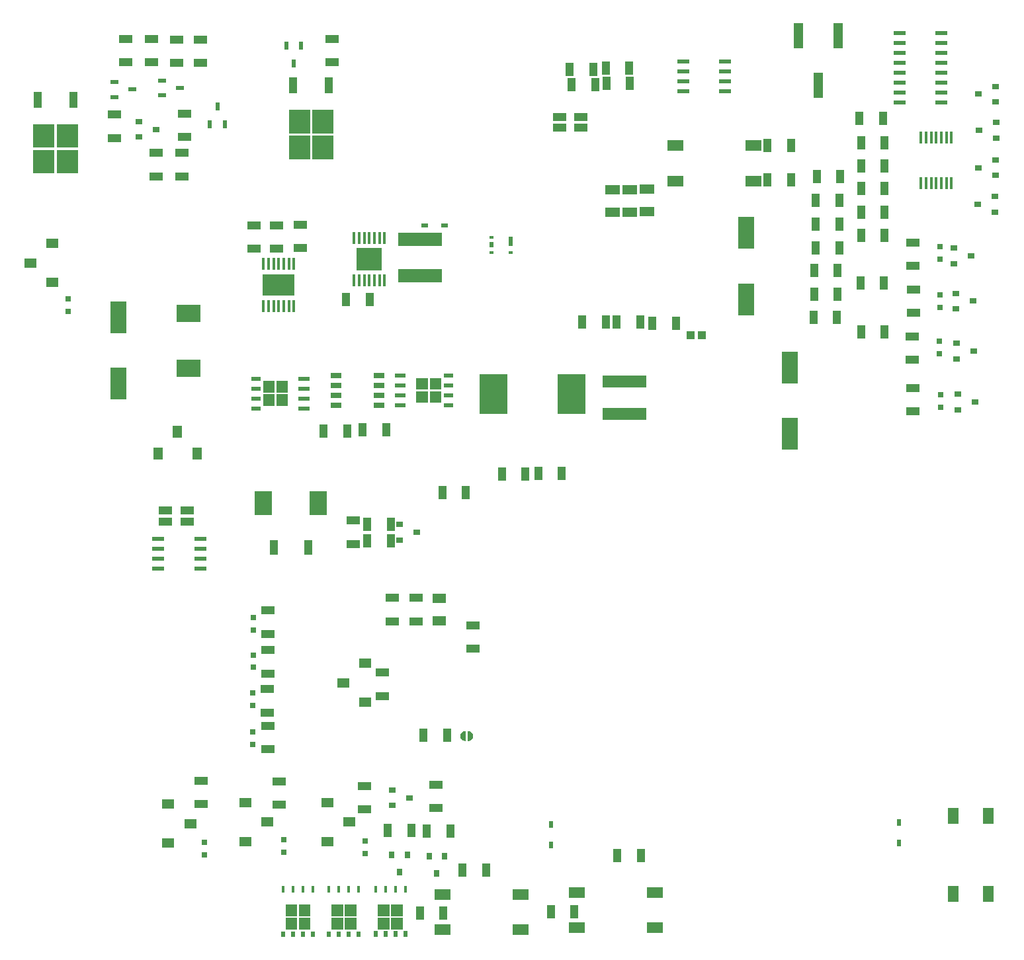
<source format=gtp>
G04*
G04 #@! TF.GenerationSoftware,Altium Limited,Altium Designer,22.2.1 (43)*
G04*
G04 Layer_Color=8421504*
%FSLAX25Y25*%
%MOIN*%
G70*
G04*
G04 #@! TF.SameCoordinates,0C248E19-6CAA-4B9F-B23F-7957EF95655F*
G04*
G04*
G04 #@! TF.FilePolarity,Positive*
G04*
G01*
G75*
%ADD16R,0.02362X0.04134*%
%ADD17R,0.06299X0.04724*%
%ADD18R,0.04331X0.08268*%
%ADD19R,0.04724X0.06299*%
%ADD20R,0.08268X0.05512*%
%ADD21R,0.03543X0.03150*%
%ADD22R,0.03937X0.02362*%
%ADD23R,0.01772X0.05906*%
%ADD24R,0.12598X0.11221*%
%ADD25R,0.01772X0.06299*%
%ADD26R,0.16142X0.10827*%
%ADD27R,0.01772X0.06102*%
%ADD28R,0.05906X0.02362*%
%ADD29R,0.06102X0.02362*%
%ADD30R,0.06299X0.02362*%
%ADD31R,0.05787X0.02559*%
%ADD32R,0.03937X0.07598*%
%ADD33R,0.01968X0.03347*%
%ADD34R,0.06890X0.04331*%
%ADD35R,0.04134X0.07087*%
%ADD36R,0.03937X0.03937*%
%ADD37R,0.04685X0.12992*%
%ADD38R,0.03150X0.03150*%
%ADD39R,0.22047X0.06496*%
%ADD40R,0.22441X0.07087*%
%ADD41R,0.13976X0.20079*%
%ADD42R,0.01575X0.03248*%
%ADD43R,0.01968X0.02953*%
%ADD44R,0.01968X0.05118*%
%ADD45R,0.01968X0.01575*%
%ADD46R,0.08661X0.12402*%
%ADD47R,0.07480X0.05118*%
%ADD48R,0.08268X0.16142*%
%ADD49R,0.07087X0.04724*%
%ADD50R,0.02362X0.03937*%
%ADD51R,0.12402X0.08661*%
%ADD52R,0.03347X0.01968*%
%ADD53R,0.03150X0.03543*%
%ADD54R,0.07087X0.04134*%
%ADD55R,0.05512X0.08268*%
G36*
X155318Y417318D02*
X144688D01*
Y429129D01*
X155318D01*
Y417318D01*
D02*
G37*
G36*
X143507D02*
X132877D01*
Y429129D01*
X143507D01*
Y417318D01*
D02*
G37*
G36*
X26575Y410039D02*
X15945D01*
Y421850D01*
X26575D01*
Y410039D01*
D02*
G37*
G36*
X14764D02*
X4134D01*
Y421850D01*
X14764D01*
Y410039D01*
D02*
G37*
G36*
X155318Y404326D02*
X144688D01*
Y416137D01*
X155318D01*
Y404326D01*
D02*
G37*
G36*
X143507D02*
X132877D01*
Y416137D01*
X143507D01*
Y404326D01*
D02*
G37*
G36*
X26575Y397047D02*
X15945D01*
Y408858D01*
X26575D01*
Y397047D01*
D02*
G37*
G36*
X14764D02*
X4134D01*
Y408858D01*
X14764D01*
Y397047D01*
D02*
G37*
G36*
X215554Y294168D02*
X210830D01*
Y296137D01*
X215554D01*
Y294168D01*
D02*
G37*
G36*
X191773Y294168D02*
X186261D01*
Y296137D01*
X191773D01*
Y294168D01*
D02*
G37*
G36*
X143312Y292593D02*
X137800D01*
Y294562D01*
X143312D01*
Y292593D01*
D02*
G37*
G36*
X118743Y292593D02*
X114019D01*
Y294562D01*
X118743D01*
Y292593D01*
D02*
G37*
G36*
X215554Y289168D02*
X210830D01*
Y291137D01*
X215554D01*
Y289168D01*
D02*
G37*
G36*
X191773Y289168D02*
X186261D01*
Y291137D01*
X191773D01*
Y289168D01*
D02*
G37*
G36*
X209747Y288046D02*
X203841D01*
Y293952D01*
X209747D01*
Y288046D01*
D02*
G37*
G36*
X203054D02*
X197149D01*
Y293952D01*
X203054D01*
Y288046D01*
D02*
G37*
G36*
X143312Y287593D02*
X137800D01*
Y289562D01*
X143312D01*
Y287593D01*
D02*
G37*
G36*
X118743Y287593D02*
X114019D01*
Y289562D01*
X118743D01*
Y287593D01*
D02*
G37*
G36*
X132424Y286471D02*
X126519D01*
Y292377D01*
X132424D01*
Y286471D01*
D02*
G37*
G36*
X125731D02*
X119826D01*
Y292377D01*
X125731D01*
Y286471D01*
D02*
G37*
G36*
X215554Y284168D02*
X210830D01*
Y286137D01*
X215554D01*
Y284168D01*
D02*
G37*
G36*
X191773Y284168D02*
X186261D01*
Y286137D01*
X191773D01*
Y284168D01*
D02*
G37*
G36*
X143312Y282593D02*
X137800D01*
Y284562D01*
X143312D01*
Y282593D01*
D02*
G37*
G36*
X118743Y282593D02*
X114019D01*
Y284562D01*
X118743D01*
Y282593D01*
D02*
G37*
G36*
X209747Y281353D02*
X203841D01*
Y287259D01*
X209747D01*
Y281353D01*
D02*
G37*
G36*
X203054D02*
X197149D01*
Y287259D01*
X203054D01*
Y281353D01*
D02*
G37*
G36*
X132424Y279779D02*
X126519D01*
Y285684D01*
X132424D01*
Y279779D01*
D02*
G37*
G36*
X125731D02*
X119826D01*
Y285684D01*
X125731D01*
Y279779D01*
D02*
G37*
G36*
X215554Y279168D02*
X210830D01*
Y281137D01*
X215554D01*
Y279168D01*
D02*
G37*
G36*
X191773Y279168D02*
X186261D01*
Y281137D01*
X191773D01*
Y279168D01*
D02*
G37*
G36*
X143312Y277593D02*
X137800D01*
Y279562D01*
X143312D01*
Y277593D01*
D02*
G37*
G36*
X118743Y277593D02*
X114019D01*
Y279562D01*
X118743D01*
Y277593D01*
D02*
G37*
G36*
X224186Y115748D02*
X225016Y115194D01*
X225570Y114364D01*
X225765Y113386D01*
X225570Y112407D01*
X225016Y111578D01*
X224186Y111023D01*
X223208Y110829D01*
X223005Y110869D01*
X223008Y110886D01*
Y115886D01*
X223010Y115903D01*
X223208Y115943D01*
X224186Y115748D01*
D02*
G37*
G36*
X222006Y115903D02*
X222008Y115886D01*
Y110886D01*
X222010Y110869D01*
X221808Y110829D01*
X220829Y111023D01*
X220000Y111578D01*
X219445Y112407D01*
X219251Y113386D01*
X219445Y114364D01*
X220000Y115194D01*
X220829Y115748D01*
X221808Y115943D01*
X222006Y115903D01*
D02*
G37*
G36*
X190386Y22483D02*
X184481D01*
Y28389D01*
X190386D01*
Y22483D01*
D02*
G37*
G36*
X183693D02*
X177788D01*
Y28389D01*
X183693D01*
Y22483D01*
D02*
G37*
G36*
X166929Y22459D02*
X161024D01*
Y28364D01*
X166929D01*
Y22459D01*
D02*
G37*
G36*
X160236D02*
X154331D01*
Y28364D01*
X160236D01*
Y22459D01*
D02*
G37*
G36*
X143792Y22459D02*
X137886D01*
Y28364D01*
X143792D01*
Y22459D01*
D02*
G37*
G36*
X137099D02*
X131193D01*
Y28364D01*
X137099D01*
Y22459D01*
D02*
G37*
G36*
X190386Y15790D02*
X184481D01*
Y21696D01*
X190386D01*
Y15790D01*
D02*
G37*
G36*
X183693D02*
X177788D01*
Y21696D01*
X183693D01*
Y15790D01*
D02*
G37*
G36*
X166929Y15766D02*
X161024D01*
Y21671D01*
X166929D01*
Y15766D01*
D02*
G37*
G36*
X160236D02*
X154331D01*
Y21671D01*
X160236D01*
Y15766D01*
D02*
G37*
G36*
X143792Y15766D02*
X137886D01*
Y21671D01*
X143792D01*
Y15766D01*
D02*
G37*
G36*
X137099D02*
X131193D01*
Y21671D01*
X137099D01*
Y15766D01*
D02*
G37*
G36*
X192571Y12050D02*
X190603D01*
Y15003D01*
X192571D01*
Y12050D01*
D02*
G37*
G36*
X187571D02*
X185603D01*
Y15003D01*
X187571D01*
Y12050D01*
D02*
G37*
G36*
X182571D02*
X180603D01*
Y15003D01*
X182571D01*
Y12050D01*
D02*
G37*
G36*
X177571D02*
X175603D01*
Y15003D01*
X177571D01*
Y12050D01*
D02*
G37*
G36*
X169114Y12026D02*
X167146D01*
Y14978D01*
X169114D01*
Y12026D01*
D02*
G37*
G36*
X164114D02*
X162146D01*
Y14978D01*
X164114D01*
Y12026D01*
D02*
G37*
G36*
X159114D02*
X157146D01*
Y14978D01*
X159114D01*
Y12026D01*
D02*
G37*
G36*
X154114D02*
X152146D01*
Y14978D01*
X154114D01*
Y12026D01*
D02*
G37*
G36*
X145977Y12026D02*
X144008D01*
Y14978D01*
X145977D01*
Y12026D01*
D02*
G37*
G36*
X140977D02*
X139008D01*
Y14978D01*
X140977D01*
Y12026D01*
D02*
G37*
G36*
X135977D02*
X134008D01*
Y14978D01*
X135977D01*
Y12026D01*
D02*
G37*
G36*
X130977D02*
X129008D01*
Y14978D01*
X130977D01*
Y12026D01*
D02*
G37*
D16*
X93110Y421850D02*
D03*
X100591D02*
D03*
X96850Y430905D02*
D03*
D17*
X2759Y351963D02*
D03*
X13782Y342121D02*
D03*
Y361806D02*
D03*
X83162Y69291D02*
D03*
X72138Y79134D02*
D03*
Y59449D02*
D03*
X111114Y60236D02*
D03*
Y79921D02*
D03*
X122138Y70079D02*
D03*
X152453Y60236D02*
D03*
Y79921D02*
D03*
X163477Y70079D02*
D03*
X171260Y150091D02*
D03*
Y130406D02*
D03*
X160236Y140248D02*
D03*
D18*
X24331Y434252D02*
D03*
X6378D02*
D03*
X153074Y441530D02*
D03*
X135121D02*
D03*
D19*
X86617Y255901D02*
D03*
X66932D02*
D03*
X76775Y266924D02*
D03*
D20*
X317323Y16732D02*
D03*
X277953D02*
D03*
X317323Y34449D02*
D03*
X277953D02*
D03*
X366932Y393302D02*
D03*
X327562D02*
D03*
X366932Y411019D02*
D03*
X327562D02*
D03*
X249606Y15748D02*
D03*
X210236D02*
D03*
X249606Y33465D02*
D03*
X210236D02*
D03*
D21*
X478743Y281885D02*
D03*
X470082Y277948D02*
D03*
Y285822D02*
D03*
X188586Y220074D02*
D03*
Y212200D02*
D03*
X197247Y216137D02*
D03*
X489373Y414956D02*
D03*
Y422830D02*
D03*
X480712Y418893D02*
D03*
X488979Y433066D02*
D03*
Y440940D02*
D03*
X480318Y437003D02*
D03*
Y399995D02*
D03*
X488979Y403932D02*
D03*
Y396058D02*
D03*
X193701Y82284D02*
D03*
X185039Y78347D02*
D03*
Y86221D02*
D03*
X468113Y359444D02*
D03*
Y351570D02*
D03*
X476775Y355507D02*
D03*
X468901Y336609D02*
D03*
Y328735D02*
D03*
X477562Y332672D02*
D03*
X469294Y311412D02*
D03*
Y303538D02*
D03*
X477956Y307475D02*
D03*
X57480Y423228D02*
D03*
Y415354D02*
D03*
X66142Y419291D02*
D03*
X479924Y381491D02*
D03*
X488586Y385428D02*
D03*
Y377554D02*
D03*
D22*
X78150Y440158D02*
D03*
X69095Y436417D02*
D03*
Y443898D02*
D03*
X45079Y443110D02*
D03*
Y435630D02*
D03*
X54134Y439370D02*
D03*
D23*
X451428Y392318D02*
D03*
X453987D02*
D03*
X456546D02*
D03*
X459105D02*
D03*
X461664D02*
D03*
X464223D02*
D03*
X466782D02*
D03*
Y415153D02*
D03*
X464223D02*
D03*
X461664D02*
D03*
X459105D02*
D03*
X456546D02*
D03*
X453987D02*
D03*
X451428D02*
D03*
D24*
X173428Y353932D02*
D03*
D25*
X165751Y364562D02*
D03*
X168310D02*
D03*
X170869D02*
D03*
X173428D02*
D03*
X175987D02*
D03*
X178546D02*
D03*
X181105D02*
D03*
Y343302D02*
D03*
X178546D02*
D03*
X175987D02*
D03*
X173428D02*
D03*
X170869D02*
D03*
X168310D02*
D03*
X165751D02*
D03*
D26*
X127759Y340940D02*
D03*
D27*
X120082Y351570D02*
D03*
X122641D02*
D03*
X125200D02*
D03*
X127759D02*
D03*
X130318D02*
D03*
X132877D02*
D03*
X135436D02*
D03*
Y330310D02*
D03*
X132877D02*
D03*
X130318D02*
D03*
X127759D02*
D03*
X125200D02*
D03*
X122641D02*
D03*
X120082D02*
D03*
D28*
X331696Y438558D02*
D03*
Y443558D02*
D03*
Y448558D02*
D03*
Y453558D02*
D03*
X352562D02*
D03*
Y448558D02*
D03*
Y443558D02*
D03*
Y438558D02*
D03*
D29*
X66932Y197751D02*
D03*
Y202751D02*
D03*
Y207751D02*
D03*
Y212751D02*
D03*
X88192D02*
D03*
Y207751D02*
D03*
Y202751D02*
D03*
Y197751D02*
D03*
D30*
X440554Y467889D02*
D03*
Y462889D02*
D03*
Y457889D02*
D03*
Y452889D02*
D03*
Y447889D02*
D03*
Y442889D02*
D03*
Y437889D02*
D03*
Y432889D02*
D03*
X461814D02*
D03*
Y437889D02*
D03*
Y442889D02*
D03*
Y447889D02*
D03*
Y452889D02*
D03*
Y457889D02*
D03*
Y462889D02*
D03*
Y467889D02*
D03*
D31*
X156578Y280153D02*
D03*
Y285153D02*
D03*
Y290153D02*
D03*
Y295152D02*
D03*
X178349D02*
D03*
Y290153D02*
D03*
Y285153D02*
D03*
Y280153D02*
D03*
D32*
X125160Y208656D02*
D03*
X142562D02*
D03*
D33*
X264961Y68898D02*
D03*
Y58661D02*
D03*
X440158Y59449D02*
D03*
Y69685D02*
D03*
D34*
X70672Y227005D02*
D03*
X81499Y221494D02*
D03*
X70672D02*
D03*
X81499Y227005D02*
D03*
X280118Y420079D02*
D03*
X269291Y425591D02*
D03*
X280118D02*
D03*
X269291Y420079D02*
D03*
D35*
X398428Y359444D02*
D03*
X410239D02*
D03*
X182677Y65748D02*
D03*
X194488D02*
D03*
X214173Y65354D02*
D03*
X202362D02*
D03*
X172444Y220074D02*
D03*
X184255D02*
D03*
X172444Y211806D02*
D03*
X184255D02*
D03*
X200787Y113779D02*
D03*
X212598D02*
D03*
X173625Y333460D02*
D03*
X161814D02*
D03*
X162208Y267318D02*
D03*
X150397D02*
D03*
X181893Y267711D02*
D03*
X170082D02*
D03*
X397247Y324404D02*
D03*
X409058D02*
D03*
X433074Y377554D02*
D03*
X421263D02*
D03*
X409452Y336215D02*
D03*
X397641D02*
D03*
X432286Y424798D02*
D03*
X420475D02*
D03*
X292523Y322042D02*
D03*
X280712D02*
D03*
X309845D02*
D03*
X298034D02*
D03*
X327956Y321649D02*
D03*
X316145D02*
D03*
X385830Y393696D02*
D03*
X374019D02*
D03*
X385830Y411019D02*
D03*
X374019D02*
D03*
X433074Y365743D02*
D03*
X421263D02*
D03*
X421263Y400782D02*
D03*
X433074D02*
D03*
X421263Y317318D02*
D03*
X433074D02*
D03*
X433074Y389365D02*
D03*
X421263D02*
D03*
X409452Y348026D02*
D03*
X397641D02*
D03*
X432680Y341727D02*
D03*
X420869D02*
D03*
X275436Y441732D02*
D03*
X287247D02*
D03*
X304724Y442520D02*
D03*
X292913D02*
D03*
X274410Y449606D02*
D03*
X286221D02*
D03*
X304331Y450000D02*
D03*
X292520D02*
D03*
X222047Y236221D02*
D03*
X210236D02*
D03*
X270472Y245669D02*
D03*
X258661D02*
D03*
X220472Y45669D02*
D03*
X232283D02*
D03*
X210630Y24016D02*
D03*
X198819D02*
D03*
X298425Y53150D02*
D03*
X310236D02*
D03*
X276772Y24946D02*
D03*
X264961D02*
D03*
X240160Y245664D02*
D03*
X251972D02*
D03*
X410633Y395664D02*
D03*
X398822D02*
D03*
X433074Y412593D02*
D03*
X421263D02*
D03*
X398428Y383460D02*
D03*
X410239D02*
D03*
X398428Y371649D02*
D03*
X410239D02*
D03*
D36*
X341142Y315354D02*
D03*
X335236D02*
D03*
D37*
X389609Y466530D02*
D03*
X409609D02*
D03*
X399609Y441334D02*
D03*
D38*
X461420Y279129D02*
D03*
Y285428D02*
D03*
X21656Y327554D02*
D03*
Y333853D02*
D03*
X461027Y335822D02*
D03*
Y329522D02*
D03*
X460633Y312593D02*
D03*
Y306294D02*
D03*
X461027Y360231D02*
D03*
Y353932D02*
D03*
X90158Y59842D02*
D03*
Y53543D02*
D03*
X114567Y109055D02*
D03*
Y115354D02*
D03*
X130315Y61024D02*
D03*
Y54724D02*
D03*
X171260Y60630D02*
D03*
Y54331D02*
D03*
X114567Y128740D02*
D03*
Y135039D02*
D03*
X114961Y154331D02*
D03*
Y148031D02*
D03*
Y166929D02*
D03*
Y173228D02*
D03*
D39*
X301969Y275689D02*
D03*
Y292028D02*
D03*
D40*
X198822Y363774D02*
D03*
Y345664D02*
D03*
D41*
X235830Y285822D02*
D03*
X275200D02*
D03*
D42*
X191587Y36220D02*
D03*
X186587D02*
D03*
X181587D02*
D03*
X176587D02*
D03*
X129992Y36196D02*
D03*
X134992D02*
D03*
X139992D02*
D03*
X144992D02*
D03*
X153130Y36196D02*
D03*
X158130D02*
D03*
X163130D02*
D03*
X168130D02*
D03*
D43*
X235042Y361019D02*
D03*
D44*
X244491Y362987D02*
D03*
D45*
Y357278D02*
D03*
X235042D02*
D03*
Y364759D02*
D03*
D46*
X147641Y230704D02*
D03*
X120082D02*
D03*
D47*
X313389Y389168D02*
D03*
Y377751D02*
D03*
X304727Y388971D02*
D03*
Y377554D02*
D03*
X296066Y388774D02*
D03*
Y377357D02*
D03*
D48*
X363389Y367121D02*
D03*
Y333656D02*
D03*
X46853Y291137D02*
D03*
Y324601D02*
D03*
X385433Y265748D02*
D03*
Y299213D02*
D03*
D49*
X208664Y182869D02*
D03*
Y171452D02*
D03*
D50*
X138979Y461412D02*
D03*
X131499D02*
D03*
X135239Y452357D02*
D03*
D51*
X82286Y298814D02*
D03*
Y326373D02*
D03*
D52*
X201184Y370861D02*
D03*
X211420D02*
D03*
D53*
X192520Y53543D02*
D03*
X184646D02*
D03*
X188583Y44882D02*
D03*
X211417Y52756D02*
D03*
X203543D02*
D03*
X207480Y44094D02*
D03*
D54*
X207087Y77165D02*
D03*
Y88976D02*
D03*
X225590Y169291D02*
D03*
Y157480D02*
D03*
X165354Y210236D02*
D03*
Y222047D02*
D03*
X154727Y464956D02*
D03*
Y453145D02*
D03*
X63783D02*
D03*
Y464956D02*
D03*
X50790Y453145D02*
D03*
Y464956D02*
D03*
X44882Y414961D02*
D03*
Y426772D02*
D03*
X76381Y464562D02*
D03*
Y452751D02*
D03*
X88192Y464562D02*
D03*
Y452751D02*
D03*
X80315Y415354D02*
D03*
Y427165D02*
D03*
X66145Y395664D02*
D03*
Y407475D02*
D03*
X79137Y395664D02*
D03*
Y407475D02*
D03*
X196853Y171255D02*
D03*
Y183066D02*
D03*
X185042D02*
D03*
Y171255D02*
D03*
X115357Y359050D02*
D03*
Y370861D02*
D03*
X126775Y359050D02*
D03*
Y370861D02*
D03*
X138586Y371294D02*
D03*
Y359483D02*
D03*
X447247Y362200D02*
D03*
Y350389D02*
D03*
X447641Y326767D02*
D03*
Y338578D02*
D03*
X446853Y303145D02*
D03*
Y314956D02*
D03*
X88583Y90945D02*
D03*
Y79134D02*
D03*
X122441Y106693D02*
D03*
Y118504D02*
D03*
X127953Y90551D02*
D03*
Y78740D02*
D03*
X170866Y88189D02*
D03*
Y76378D02*
D03*
X122047Y125197D02*
D03*
Y137008D02*
D03*
X122441Y156693D02*
D03*
Y144882D02*
D03*
Y164961D02*
D03*
Y176772D02*
D03*
X179921Y133661D02*
D03*
Y145472D02*
D03*
X447247Y277160D02*
D03*
Y288971D02*
D03*
D55*
X485236Y73228D02*
D03*
Y33858D02*
D03*
X467520Y73228D02*
D03*
Y33858D02*
D03*
M02*

</source>
